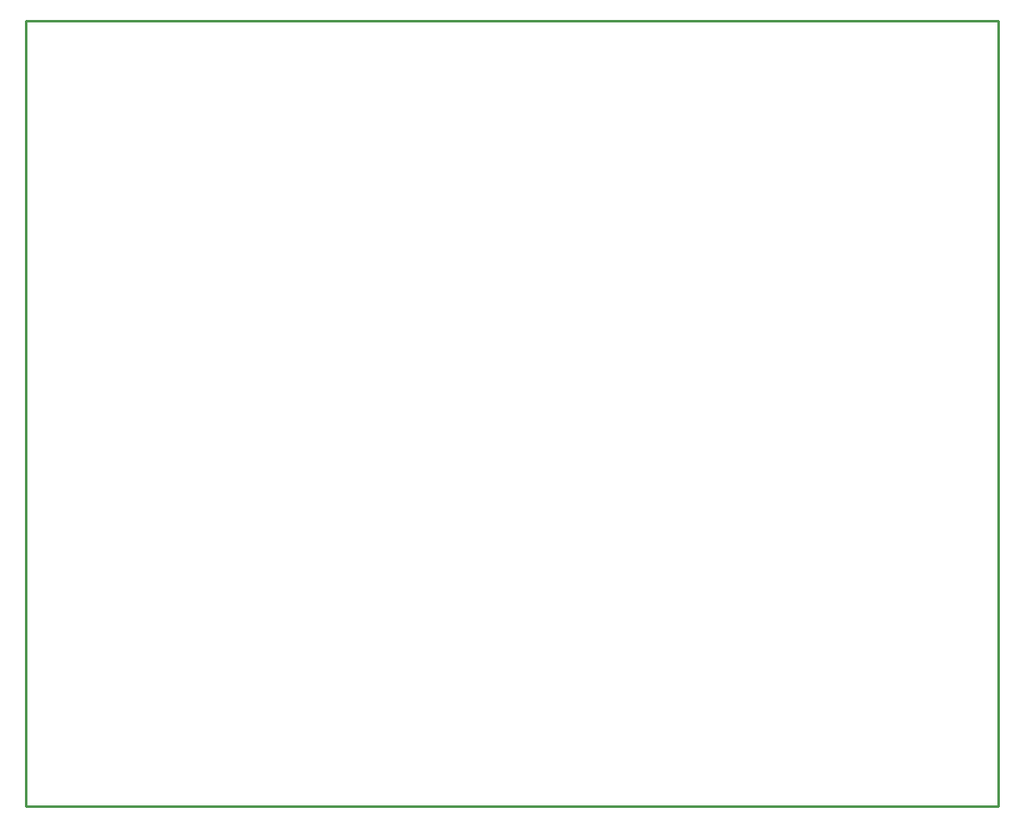
<source format=gko>
G04*
G04 #@! TF.GenerationSoftware,Altium Limited,Altium Designer,22.3.1 (43)*
G04*
G04 Layer_Color=16711935*
%FSLAX25Y25*%
%MOIN*%
G70*
G04*
G04 #@! TF.SameCoordinates,C0646150-8C3F-47E1-8FD3-6E96B4F631F1*
G04*
G04*
G04 #@! TF.FilePolarity,Positive*
G04*
G01*
G75*
%ADD10C,0.01000*%
D10*
X389764Y0D02*
Y314961D01*
X0D02*
X389764D01*
X0Y0D02*
Y314961D01*
Y4D02*
X389764D01*
M02*

</source>
